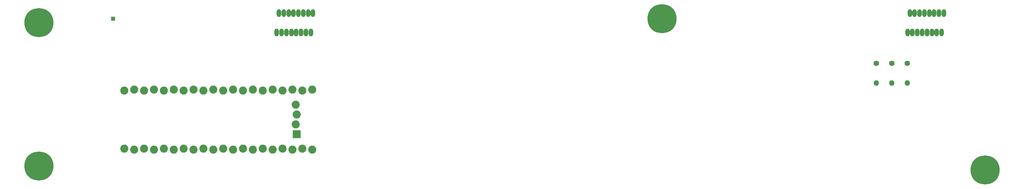
<source format=gbr>
%TF.GenerationSoftware,KiCad,Pcbnew,6.0.10-86aedd382b~118~ubuntu22.04.1*%
%TF.CreationDate,2023-01-16T13:23:36+01:00*%
%TF.ProjectId,tandberg-usb,74616e64-6265-4726-972d-7573622e6b69,rev?*%
%TF.SameCoordinates,Original*%
%TF.FileFunction,Soldermask,Bot*%
%TF.FilePolarity,Negative*%
%FSLAX46Y46*%
G04 Gerber Fmt 4.6, Leading zero omitted, Abs format (unit mm)*
G04 Created by KiCad (PCBNEW 6.0.10-86aedd382b~118~ubuntu22.04.1) date 2023-01-16 13:23:36*
%MOMM*%
%LPD*%
G01*
G04 APERTURE LIST*
G04 Aperture macros list*
%AMRoundRect*
0 Rectangle with rounded corners*
0 $1 Rounding radius*
0 $2 $3 $4 $5 $6 $7 $8 $9 X,Y pos of 4 corners*
0 Add a 4 corners polygon primitive as box body*
4,1,4,$2,$3,$4,$5,$6,$7,$8,$9,$2,$3,0*
0 Add four circle primitives for the rounded corners*
1,1,$1+$1,$2,$3*
1,1,$1+$1,$4,$5*
1,1,$1+$1,$6,$7*
1,1,$1+$1,$8,$9*
0 Add four rect primitives between the rounded corners*
20,1,$1+$1,$2,$3,$4,$5,0*
20,1,$1+$1,$4,$5,$6,$7,0*
20,1,$1+$1,$6,$7,$8,$9,0*
20,1,$1+$1,$8,$9,$2,$3,0*%
G04 Aperture macros list end*
%ADD10C,7.500000*%
%ADD11R,1.000000X1.000000*%
%ADD12O,1.150000X2.000000*%
%ADD13C,1.400000*%
%ADD14O,1.400000X1.400000*%
%ADD15C,2.082800*%
%ADD16RoundRect,0.101600X0.939800X0.939800X-0.939800X0.939800X-0.939800X-0.939800X0.939800X-0.939800X0*%
G04 APERTURE END LIST*
D10*
%TO.C,H1*%
X187000000Y-30000000D03*
%TD*%
D11*
%TO.C,J3*%
X46000000Y-30000000D03*
%TD*%
D12*
%TO.C,J1*%
X259375000Y-28500000D03*
X258125000Y-28500000D03*
X256875000Y-28500000D03*
X255625000Y-28500000D03*
X254375000Y-28500000D03*
X253125000Y-28500000D03*
X251875000Y-28500000D03*
X250625000Y-28500000D03*
X250050000Y-33500000D03*
X251300000Y-33500000D03*
X252550000Y-33500000D03*
X253800000Y-33500000D03*
X255050000Y-33500000D03*
X256300000Y-33500000D03*
X257550000Y-33500000D03*
X258800000Y-33500000D03*
%TD*%
D10*
%TO.C,H3*%
X270000000Y-69000000D03*
%TD*%
D13*
%TO.C,R3*%
X250000000Y-41460000D03*
D14*
X250000000Y-46540000D03*
%TD*%
D10*
%TO.C,H4*%
X27000000Y-68000000D03*
%TD*%
D13*
%TO.C,R2*%
X246000000Y-41460000D03*
D14*
X246000000Y-46540000D03*
%TD*%
D13*
%TO.C,R1*%
X242000000Y-41460000D03*
D14*
X242000000Y-46540000D03*
%TD*%
D15*
%TO.C,U1*%
X48900000Y-63493000D03*
X51440000Y-63747000D03*
X53980000Y-63493000D03*
X56520000Y-63747000D03*
X59060000Y-63493000D03*
X61600000Y-63747000D03*
X64140000Y-63493000D03*
X66680000Y-63747000D03*
X69220000Y-63493000D03*
X71760000Y-63747000D03*
X74300000Y-63493000D03*
X76840000Y-63747000D03*
X79380000Y-63493000D03*
X81920000Y-63747000D03*
X84460000Y-63493000D03*
X87000000Y-63747000D03*
X89540000Y-63493000D03*
X92080000Y-63747000D03*
X94620000Y-63493000D03*
X97160000Y-63747000D03*
X97160000Y-48253000D03*
X94620000Y-48507000D03*
X92080000Y-48253000D03*
X89540000Y-48507000D03*
X87000000Y-48253000D03*
X84460000Y-48507000D03*
X81920000Y-48253000D03*
X79380000Y-48507000D03*
X76840000Y-48253000D03*
X74300000Y-48507000D03*
X71760000Y-48253000D03*
X69220000Y-48507000D03*
X66680000Y-48253000D03*
X64140000Y-48507000D03*
X61600000Y-48253000D03*
X59060000Y-48507000D03*
X56520000Y-48253000D03*
X53980000Y-48507000D03*
X51440000Y-48253000D03*
X48900000Y-48507000D03*
D16*
X93177000Y-59810000D03*
D15*
X92923000Y-57270000D03*
X93177000Y-54730000D03*
X92923000Y-52190000D03*
%TD*%
D10*
%TO.C,H2*%
X27000000Y-31000000D03*
%TD*%
D12*
%TO.C,J2*%
X97375000Y-28500000D03*
X96125000Y-28500000D03*
X94875000Y-28500000D03*
X93625000Y-28500000D03*
X92375000Y-28500000D03*
X91125000Y-28500000D03*
X89875000Y-28500000D03*
X88625000Y-28500000D03*
X88050000Y-33500000D03*
X89300000Y-33500000D03*
X90550000Y-33500000D03*
X91800000Y-33500000D03*
X93050000Y-33500000D03*
X94300000Y-33500000D03*
X95550000Y-33500000D03*
X96800000Y-33500000D03*
%TD*%
M02*

</source>
